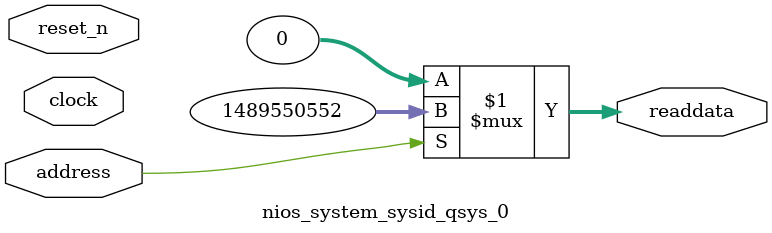
<source format=v>

`timescale 1ns / 1ps
// synthesis translate_on

// turn off superfluous verilog processor warnings 
// altera message_level Level1 
// altera message_off 10034 10035 10036 10037 10230 10240 10030 

module nios_system_sysid_qsys_0 (
               // inputs:
                address,
                clock,
                reset_n,

               // outputs:
                readdata
             )
;

  output  [ 31: 0] readdata;
  input            address;
  input            clock;
  input            reset_n;

  wire    [ 31: 0] readdata;
  //control_slave, which is an e_avalon_slave
  assign readdata = address ? 1489550552 : 0;

endmodule




</source>
